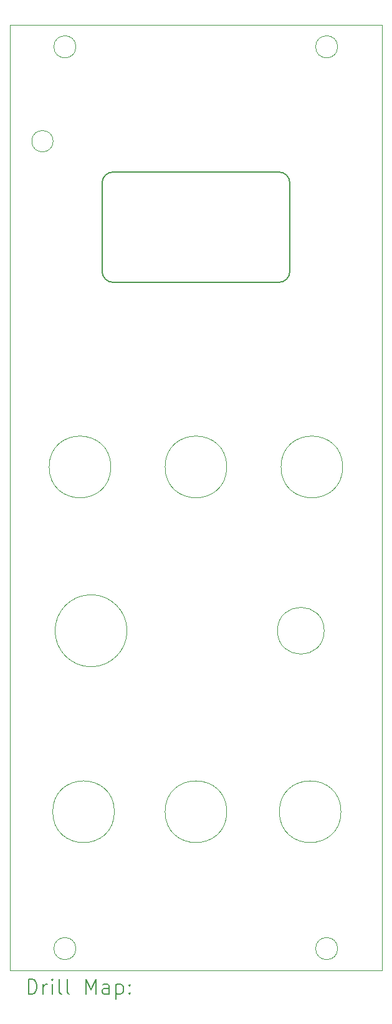
<source format=gbr>
%TF.GenerationSoftware,KiCad,Pcbnew,8.0.5*%
%TF.CreationDate,2024-10-06T19:07:41-05:00*%
%TF.ProjectId,Front Panel,46726f6e-7420-4506-916e-656c2e6b6963,rev?*%
%TF.SameCoordinates,Original*%
%TF.FileFunction,Drillmap*%
%TF.FilePolarity,Positive*%
%FSLAX45Y45*%
G04 Gerber Fmt 4.5, Leading zero omitted, Abs format (unit mm)*
G04 Created by KiCad (PCBNEW 8.0.5) date 2024-10-06 19:07:41*
%MOMM*%
%LPD*%
G01*
G04 APERTURE LIST*
%ADD10C,0.200000*%
%ADD11C,0.100000*%
G04 APERTURE END LIST*
D10*
X8655110Y-4700000D02*
X8655110Y-5900000D01*
X6105110Y-4700000D02*
G75*
G02*
X6255110Y-4550000I150000J0D01*
G01*
X6255110Y-4550000D02*
X8505110Y-4550000D01*
X6105110Y-5900000D02*
X6105110Y-4700000D01*
X8505110Y-4550000D02*
G75*
G02*
X8655110Y-4700000I0J-150000D01*
G01*
X8655110Y-5900000D02*
G75*
G02*
X8505110Y-6050000I-150000J0D01*
G01*
X8505110Y-6050000D02*
X6255110Y-6050000D01*
X6255110Y-6050000D02*
G75*
G02*
X6105110Y-5900000I0J150000D01*
G01*
D11*
X4850110Y-2550360D02*
X9910110Y-2550360D01*
X4850110Y-15400360D02*
X4850110Y-2550360D01*
X5750110Y-15100360D02*
G75*
G02*
X5450110Y-15100360I-150000J0D01*
G01*
X5450110Y-15100360D02*
G75*
G02*
X5750110Y-15100360I150000J0D01*
G01*
X6272110Y-13241360D02*
G75*
G02*
X5434110Y-13241360I-419000J0D01*
G01*
X5434110Y-13241360D02*
G75*
G02*
X6272110Y-13241360I419000J0D01*
G01*
X6224110Y-8557360D02*
G75*
G02*
X5386110Y-8557360I-419000J0D01*
G01*
X5386110Y-8557360D02*
G75*
G02*
X6224110Y-8557360I419000J0D01*
G01*
X9374110Y-8557360D02*
G75*
G02*
X8536110Y-8557360I-419000J0D01*
G01*
X8536110Y-8557360D02*
G75*
G02*
X9374110Y-8557360I419000J0D01*
G01*
X9122610Y-10782360D02*
G75*
G02*
X8487610Y-10782360I-317500J0D01*
G01*
X8487610Y-10782360D02*
G75*
G02*
X9122610Y-10782360I317500J0D01*
G01*
X5750110Y-15100360D02*
G75*
G02*
X5450110Y-15100360I-150000J0D01*
G01*
X5450110Y-15100360D02*
G75*
G02*
X5750110Y-15100360I150000J0D01*
G01*
X9306110Y-15100360D02*
G75*
G02*
X9006110Y-15100360I-150000J0D01*
G01*
X9006110Y-15100360D02*
G75*
G02*
X9306110Y-15100360I150000J0D01*
G01*
X9910110Y-15400360D02*
X4850110Y-15400360D01*
X6444110Y-10782360D02*
G75*
G02*
X5466110Y-10782360I-489000J0D01*
G01*
X5466110Y-10782360D02*
G75*
G02*
X6444110Y-10782360I489000J0D01*
G01*
X9306110Y-15100360D02*
G75*
G02*
X9006110Y-15100360I-150000J0D01*
G01*
X9006110Y-15100360D02*
G75*
G02*
X9306110Y-15100360I150000J0D01*
G01*
X9374110Y-8557360D02*
G75*
G02*
X8536110Y-8557360I-419000J0D01*
G01*
X8536110Y-8557360D02*
G75*
G02*
X9374110Y-8557360I419000J0D01*
G01*
X9910110Y-2550360D02*
X9910110Y-15400360D01*
X9910110Y-15400360D02*
X4850110Y-15400360D01*
X5750000Y-2850000D02*
G75*
G02*
X5450000Y-2850000I-150000J0D01*
G01*
X5450000Y-2850000D02*
G75*
G02*
X5750000Y-2850000I150000J0D01*
G01*
X6224110Y-8557360D02*
G75*
G02*
X5386110Y-8557360I-419000J0D01*
G01*
X5386110Y-8557360D02*
G75*
G02*
X6224110Y-8557360I419000J0D01*
G01*
X5440110Y-4132360D02*
G75*
G02*
X5150110Y-4132360I-145000J0D01*
G01*
X5150110Y-4132360D02*
G75*
G02*
X5440110Y-4132360I145000J0D01*
G01*
X7799110Y-13241360D02*
G75*
G02*
X6961110Y-13241360I-419000J0D01*
G01*
X6961110Y-13241360D02*
G75*
G02*
X7799110Y-13241360I419000J0D01*
G01*
X7799110Y-8557360D02*
G75*
G02*
X6961110Y-8557360I-419000J0D01*
G01*
X6961110Y-8557360D02*
G75*
G02*
X7799110Y-8557360I419000J0D01*
G01*
X7799110Y-13241360D02*
G75*
G02*
X6961110Y-13241360I-419000J0D01*
G01*
X6961110Y-13241360D02*
G75*
G02*
X7799110Y-13241360I419000J0D01*
G01*
X9306110Y-2850000D02*
G75*
G02*
X9006110Y-2850000I-150000J0D01*
G01*
X9006110Y-2850000D02*
G75*
G02*
X9306110Y-2850000I150000J0D01*
G01*
X9122610Y-10782360D02*
G75*
G02*
X8487610Y-10782360I-317500J0D01*
G01*
X8487610Y-10782360D02*
G75*
G02*
X9122610Y-10782360I317500J0D01*
G01*
X6444110Y-10782360D02*
G75*
G02*
X5466110Y-10782360I-489000J0D01*
G01*
X5466110Y-10782360D02*
G75*
G02*
X6444110Y-10782360I489000J0D01*
G01*
X6272110Y-13241360D02*
G75*
G02*
X5434110Y-13241360I-419000J0D01*
G01*
X5434110Y-13241360D02*
G75*
G02*
X6272110Y-13241360I419000J0D01*
G01*
X9351110Y-13241360D02*
G75*
G02*
X8513110Y-13241360I-419000J0D01*
G01*
X8513110Y-13241360D02*
G75*
G02*
X9351110Y-13241360I419000J0D01*
G01*
X4850110Y-2550360D02*
X9910110Y-2550360D01*
X5440110Y-4132360D02*
G75*
G02*
X5150110Y-4132360I-145000J0D01*
G01*
X5150110Y-4132360D02*
G75*
G02*
X5440110Y-4132360I145000J0D01*
G01*
X9910110Y-2550360D02*
X9910110Y-15400360D01*
X9306110Y-2850000D02*
G75*
G02*
X9006110Y-2850000I-150000J0D01*
G01*
X9006110Y-2850000D02*
G75*
G02*
X9306110Y-2850000I150000J0D01*
G01*
X4850110Y-15400360D02*
X4850110Y-2550360D01*
X5750000Y-2850000D02*
G75*
G02*
X5450000Y-2850000I-150000J0D01*
G01*
X5450000Y-2850000D02*
G75*
G02*
X5750000Y-2850000I150000J0D01*
G01*
X7799110Y-8557360D02*
G75*
G02*
X6961110Y-8557360I-419000J0D01*
G01*
X6961110Y-8557360D02*
G75*
G02*
X7799110Y-8557360I419000J0D01*
G01*
X9351110Y-13241360D02*
G75*
G02*
X8513110Y-13241360I-419000J0D01*
G01*
X8513110Y-13241360D02*
G75*
G02*
X9351110Y-13241360I419000J0D01*
G01*
D10*
X5105887Y-15716844D02*
X5105887Y-15516844D01*
X5105887Y-15516844D02*
X5153506Y-15516844D01*
X5153506Y-15516844D02*
X5182077Y-15526368D01*
X5182077Y-15526368D02*
X5201125Y-15545415D01*
X5201125Y-15545415D02*
X5210649Y-15564463D01*
X5210649Y-15564463D02*
X5220173Y-15602558D01*
X5220173Y-15602558D02*
X5220173Y-15631129D01*
X5220173Y-15631129D02*
X5210649Y-15669225D01*
X5210649Y-15669225D02*
X5201125Y-15688272D01*
X5201125Y-15688272D02*
X5182077Y-15707320D01*
X5182077Y-15707320D02*
X5153506Y-15716844D01*
X5153506Y-15716844D02*
X5105887Y-15716844D01*
X5305887Y-15716844D02*
X5305887Y-15583510D01*
X5305887Y-15621606D02*
X5315411Y-15602558D01*
X5315411Y-15602558D02*
X5324934Y-15593034D01*
X5324934Y-15593034D02*
X5343982Y-15583510D01*
X5343982Y-15583510D02*
X5363030Y-15583510D01*
X5429696Y-15716844D02*
X5429696Y-15583510D01*
X5429696Y-15516844D02*
X5420173Y-15526368D01*
X5420173Y-15526368D02*
X5429696Y-15535891D01*
X5429696Y-15535891D02*
X5439220Y-15526368D01*
X5439220Y-15526368D02*
X5429696Y-15516844D01*
X5429696Y-15516844D02*
X5429696Y-15535891D01*
X5553506Y-15716844D02*
X5534458Y-15707320D01*
X5534458Y-15707320D02*
X5524934Y-15688272D01*
X5524934Y-15688272D02*
X5524934Y-15516844D01*
X5658268Y-15716844D02*
X5639220Y-15707320D01*
X5639220Y-15707320D02*
X5629696Y-15688272D01*
X5629696Y-15688272D02*
X5629696Y-15516844D01*
X5886839Y-15716844D02*
X5886839Y-15516844D01*
X5886839Y-15516844D02*
X5953506Y-15659701D01*
X5953506Y-15659701D02*
X6020172Y-15516844D01*
X6020172Y-15516844D02*
X6020172Y-15716844D01*
X6201125Y-15716844D02*
X6201125Y-15612082D01*
X6201125Y-15612082D02*
X6191601Y-15593034D01*
X6191601Y-15593034D02*
X6172553Y-15583510D01*
X6172553Y-15583510D02*
X6134458Y-15583510D01*
X6134458Y-15583510D02*
X6115411Y-15593034D01*
X6201125Y-15707320D02*
X6182077Y-15716844D01*
X6182077Y-15716844D02*
X6134458Y-15716844D01*
X6134458Y-15716844D02*
X6115411Y-15707320D01*
X6115411Y-15707320D02*
X6105887Y-15688272D01*
X6105887Y-15688272D02*
X6105887Y-15669225D01*
X6105887Y-15669225D02*
X6115411Y-15650177D01*
X6115411Y-15650177D02*
X6134458Y-15640653D01*
X6134458Y-15640653D02*
X6182077Y-15640653D01*
X6182077Y-15640653D02*
X6201125Y-15631129D01*
X6296363Y-15583510D02*
X6296363Y-15783510D01*
X6296363Y-15593034D02*
X6315411Y-15583510D01*
X6315411Y-15583510D02*
X6353506Y-15583510D01*
X6353506Y-15583510D02*
X6372553Y-15593034D01*
X6372553Y-15593034D02*
X6382077Y-15602558D01*
X6382077Y-15602558D02*
X6391601Y-15621606D01*
X6391601Y-15621606D02*
X6391601Y-15678748D01*
X6391601Y-15678748D02*
X6382077Y-15697796D01*
X6382077Y-15697796D02*
X6372553Y-15707320D01*
X6372553Y-15707320D02*
X6353506Y-15716844D01*
X6353506Y-15716844D02*
X6315411Y-15716844D01*
X6315411Y-15716844D02*
X6296363Y-15707320D01*
X6477315Y-15697796D02*
X6486839Y-15707320D01*
X6486839Y-15707320D02*
X6477315Y-15716844D01*
X6477315Y-15716844D02*
X6467792Y-15707320D01*
X6467792Y-15707320D02*
X6477315Y-15697796D01*
X6477315Y-15697796D02*
X6477315Y-15716844D01*
X6477315Y-15593034D02*
X6486839Y-15602558D01*
X6486839Y-15602558D02*
X6477315Y-15612082D01*
X6477315Y-15612082D02*
X6467792Y-15602558D01*
X6467792Y-15602558D02*
X6477315Y-15593034D01*
X6477315Y-15593034D02*
X6477315Y-15612082D01*
M02*

</source>
